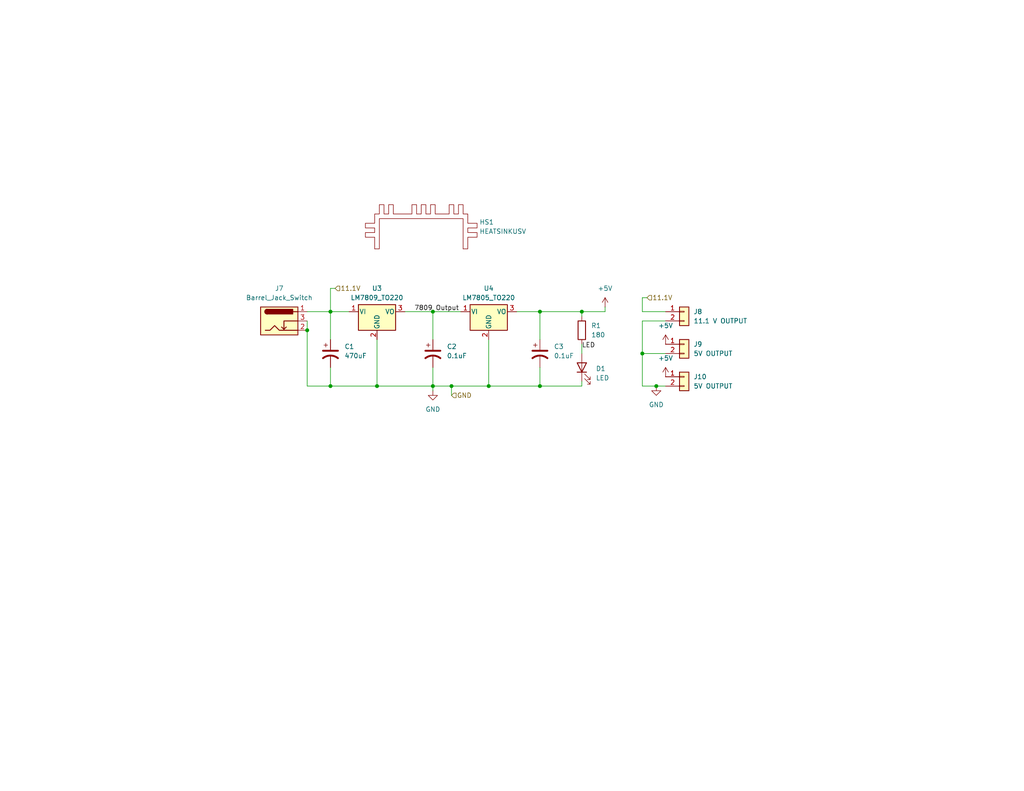
<source format=kicad_sch>
(kicad_sch (version 20250114) (generator "eeschema") (generator_version "9.0")
  (paper "USLetter")
  (title_block (title "Practical Activity #3 Activity #1") (date "2025-07-01") (rev "1.0") (company "Chrys Sean T. Sevilla"))
  (lib_symbols
    (symbol "Connector:Barrel_Jack_Switch" (pin_names (hide yes))
      (property "Reference" "J" (at 0 5.334 0))
      (property "Value" "Barrel_Jack_Switch" (at 0 -5.08 0))
      (symbol "Barrel_Jack_Switch_0_1"
        (rectangle (start -5.08 3.81) (end 5.08 -3.81) (stroke (width 0.254)) (fill (type background)))
        (polyline (pts (xy -3.81 -2.54) (xy -2.54 -2.54) (xy -1.27 -1.27) (xy 0 -2.54) (xy 2.54 -2.54) (xy 5.08 -2.54)) (stroke (width 0.254)))
        (arc (start -3.302 1.905) (mid -3.9343 2.54) (end -3.302 3.175) (stroke (width 0.254)))
        (arc (start -3.302 1.905) (mid -3.9343 2.54) (end -3.302 3.175) (stroke (width 0.254)) (fill (type outline)))
        (polyline (pts (xy 1.27 -2.286) (xy 1.905 -1.651)) (stroke (width 0.254)))
        (rectangle (start 3.683 3.175) (end -3.302 1.905) (stroke (width 0.254)) (fill (type outline)))
        (polyline (pts (xy 5.08 2.54) (xy 3.81 2.54)) (stroke (width 0.254)))
        (polyline (pts (xy 5.08 0) (xy 1.27 0) (xy 1.27 -2.286) (xy 0.635 -1.651)) (stroke (width 0.254)))
      )
      (symbol "Barrel_Jack_Switch_1_1"
        (pin passive line (at 7.62 2.54 180) (length 2.54) (name "~") (number "1"))
        (pin passive line (at 7.62 0 180) (length 2.54) (name "~") (number "3"))
        (pin passive line (at 7.62 -2.54 180) (length 2.54) (name "~") (number "2"))
      )
    )
    (symbol "Connector_Generic:Conn_01x02" (pin_names (offset 1.016) (hide yes))
      (property "Reference" "J" (at 0 2.54 0))
      (property "Value" "Conn_01x02" (at 0 -5.08 0))
      (symbol "Conn_01x02_1_1"
        (rectangle (start -1.27 1.27) (end 1.27 -3.81) (stroke (width 0.254)) (fill (type background)))
        (rectangle (start -1.27 0.127) (end 0 -0.127) (stroke (width 0.1524)))
        (rectangle (start -1.27 -2.413) (end 0 -2.667) (stroke (width 0.1524)))
        (pin passive line (at -5.08 0 0) (length 3.81) (name "Pin_1") (number "1"))
        (pin passive line (at -5.08 -2.54 0) (length 3.81) (name "Pin_2") (number "2"))
      )
    )
    (symbol "Device:C_Polarized_US" (pin_numbers (hide yes)) (pin_names (offset 0.254) (hide yes))
      (property "Reference" "C" (at 0.635 2.54 0))
      (property "Value" "C_Polarized_US" (at 0.635 -2.54 0))
      (symbol "C_Polarized_US_0_1"
        (polyline (pts (xy -2.032 0.762) (xy 2.032 0.762)) (stroke (width 0.508)))
        (polyline (pts (xy -1.778 2.286) (xy -0.762 2.286)))
        (polyline (pts (xy -1.27 1.778) (xy -1.27 2.794)))
        (arc (start -2.032 -1.27) (mid 0 -0.5572) (end 2.032 -1.27) (stroke (width 0.508)))
      )
      (symbol "C_Polarized_US_1_1"
        (pin passive line (at 0 3.81 270) (length 2.794) (name "~") (number "1"))
        (pin passive line (at 0 -3.81 90) (length 3.302) (name "~") (number "2"))
      )
    )
    (symbol "Device:LED" (pin_numbers (hide yes)) (pin_names (offset 1.016) (hide yes))
      (property "Reference" "D" (at 0 2.54 0))
      (property "Value" "LED" (at 0 -2.54 0))
      (symbol "LED_0_1"
        (polyline (pts (xy -3.048 -0.762) (xy -4.572 -2.286) (xy -3.81 -2.286) (xy -4.572 -2.286) (xy -4.572 -1.524)))
        (polyline (pts (xy -1.778 -0.762) (xy -3.302 -2.286) (xy -2.54 -2.286) (xy -3.302 -2.286) (xy -3.302 -1.524)))
        (polyline (pts (xy -1.27 0) (xy 1.27 0)))
        (polyline (pts (xy -1.27 -1.27) (xy -1.27 1.27)) (stroke (width 0.254)))
        (polyline (pts (xy 1.27 -1.27) (xy 1.27 1.27) (xy -1.27 0) (xy 1.27 -1.27)) (stroke (width 0.254)))
      )
      (symbol "LED_1_1"
        (pin passive line (at -3.81 0 0) (length 2.54) (name "K") (number "1"))
        (pin passive line (at 3.81 0 180) (length 2.54) (name "A") (number "2"))
      )
    )
    (symbol "Device:R" (pin_numbers (hide yes)) (pin_names (offset 0))
      (property "Reference" "R" (at 2.032 0 90))
      (property "Value" "R" (at 0 0 90))
      (symbol "R_0_1"
        (rectangle (start -1.016 -2.54) (end 1.016 2.54) (stroke (width 0.254)))
      )
      (symbol "R_1_1"
        (pin passive line (at 0 3.81 270) (length 1.27) (name "~") (number "1"))
        (pin passive line (at 0 -3.81 90) (length 1.27) (name "~") (number "2"))
      )
    )
    (symbol "MyLibrary:HEATSINKUSV"
      (property "Reference" "HS" (at 0 0 0))
      (property "Value" "HEATSINKUSV" (at 0.254 -2.032 0))
      (symbol "HEATSINKUSV_0_1"
        (polyline (pts (xy -13.335 -19.685) (xy -13.335 -19.05) (xy -13.335 -16.51) (xy -15.875 -16.51) (xy -15.875 -15.24) (xy -13.335 -15.24) (xy -13.335 -13.97) (xy -15.875 -13.97) (xy -15.875 -12.7) (xy -13.335 -12.7) (xy -13.335 -10.16) (xy -12.065 -10.16) (xy -12.065 -7.62) (xy -10.795 -7.62) (xy -10.795 -10.16) (xy -9.525 -10.16) (xy -9.525 -7.62) (xy -8.255 -7.62) (xy -8.255 -10.16) (xy -3.175 -10.16) (xy -3.175 -7.62) (xy -1.905 -7.62) (xy -1.905 -10.16) (xy -0.635 -10.16) (xy -0.635 -7.62) (xy 0.635 -7.62) (xy 0.635 -10.16) (xy 1.905 -10.16) (xy 1.905 -7.62) (xy 3.175 -7.62) (xy 3.175 -10.16) (xy 6.985 -10.16) (xy 6.985 -7.62) (xy 8.255 -7.62) (xy 8.255 -10.16) (xy 9.525 -10.16) (xy 9.525 -7.62) (xy 10.795 -7.62) (xy 10.795 -10.16) (xy 12.065 -10.16) (xy 12.065 -10.16) (xy 12.065 -12.7) (xy 14.605 -12.7) (xy 14.605 -13.97) (xy 12.065 -13.97) (xy 12.065 -15.24) (xy 14.605 -15.24) (xy 14.605 -16.51) (xy 12.065 -16.51) (xy 12.065 -19.685) (xy 10.795 -19.685)))
        (polyline (pts (xy 10.795 -19.685) (xy 10.795 -11.43) (xy -12.065 -11.43) (xy -12.065 -19.685) (xy -13.335 -19.685)))
      )
    )
    (symbol "Regulator_Linear:LM7805_TO220" (pin_names (offset 0.254))
      (property "Reference" "U" (at -3.81 3.175 0))
      (property "Value" "LM7805_TO220" (at 0 3.175 0))
      (symbol "LM7805_TO220_0_1"
        (rectangle (start -5.08 1.905) (end 5.08 -5.08) (stroke (width 0.254)) (fill (type background)))
      )
      (symbol "LM7805_TO220_1_1"
        (pin power_in line (at -7.62 0 0) (length 2.54) (name "VI") (number "1"))
        (pin power_in line (at 0 -7.62 90) (length 2.54) (name "GND") (number "2"))
        (pin power_out line (at 7.62 0 180) (length 2.54) (name "VO") (number "3"))
      )
    )
    (symbol "Regulator_Linear:LM7809_TO220" (pin_names (offset 0.254))
      (property "Reference" "U" (at -3.81 3.175 0))
      (property "Value" "LM7809_TO220" (at 0 3.175 0))
      (symbol "LM7809_TO220_0_1"
        (rectangle (start -5.08 1.905) (end 5.08 -5.08) (stroke (width 0.254)) (fill (type background)))
      )
      (symbol "LM7809_TO220_1_1"
        (pin power_in line (at -7.62 0 0) (length 2.54) (name "VI") (number "1"))
        (pin power_in line (at 0 -7.62 90) (length 2.54) (name "GND") (number "2"))
        (pin power_out line (at 7.62 0 180) (length 2.54) (name "VO") (number "3"))
      )
    )
    (symbol "power:+5V" (power) (pin_numbers (hide yes)) (pin_names (offset 0) (hide yes))
      (property "Value" "+5V" (at 0 3.556 0))
      (symbol "+5V_0_1"
        (polyline (pts (xy -0.762 1.27) (xy 0 2.54)))
        (polyline (pts (xy 0 2.54) (xy 0.762 1.27)))
        (polyline (pts (xy 0 0) (xy 0 2.54)))
      )
      (symbol "+5V_1_1"
        (pin power_in line (at 0 0 90) (length 0) (name "~") (number "1"))
      )
    )
    (symbol "power:GND" (power) (pin_numbers (hide yes)) (pin_names (offset 0) (hide yes))
      (property "Value" "GND" (at 0 -3.81 0))
      (symbol "GND_0_1"
        (polyline (pts (xy 0 0) (xy 0 -1.27) (xy 1.27 -1.27) (xy 0 -2.54) (xy -1.27 -1.27) (xy 0 -1.27)))
      )
      (symbol "GND_1_1"
        (pin power_in line (at 0 0 270) (length 0) (name "~") (number "1"))
      )
    )
  )
  (junction (at 123.19 105.41))
  (junction (at 179.07 105.41))
  (junction (at 147.32 85.09))
  (junction (at 83.82 90.17))
  (junction (at 133.35 105.41))
  (junction (at 118.11 105.41))
  (junction (at 118.11 85.09))
  (junction (at 158.75 85.09))
  (junction (at 90.17 105.41))
  (junction (at 175.26 96.52))
  (junction (at 147.32 105.41))
  (junction (at 90.17 85.09))
  (junction (at 102.87 105.41))
  (wire (pts (xy 118.11 85.09) (xy 125.73 85.09)))
  (wire (pts (xy 165.1 85.09) (xy 158.75 85.09)))
  (wire (pts (xy 118.11 100.33) (xy 118.11 105.41)))
  (wire (pts (xy 90.17 85.09) (xy 95.25 85.09)))
  (wire (pts (xy 175.26 96.52) (xy 175.26 105.41)))
  (wire (pts (xy 179.07 105.41) (xy 181.61 105.41)))
  (wire (pts (xy 175.26 81.28) (xy 175.26 85.09)))
  (wire (pts (xy 83.82 90.17) (xy 83.82 105.41)))
  (wire (pts (xy 175.26 85.09) (xy 181.61 85.09)))
  (wire (pts (xy 165.1 83.82) (xy 165.1 85.09)))
  (wire (pts (xy 175.26 105.41) (xy 179.07 105.41)))
  (wire (pts (xy 90.17 100.33) (xy 90.17 105.41)))
  (wire (pts (xy 158.75 104.14) (xy 158.75 105.41)))
  (wire (pts (xy 90.17 105.41) (xy 102.87 105.41)))
  (wire (pts (xy 110.49 85.09) (xy 118.11 85.09)))
  (wire (pts (xy 102.87 105.41) (xy 118.11 105.41)))
  (wire (pts (xy 181.61 87.63) (xy 175.26 87.63)))
  (wire (pts (xy 83.82 85.09) (xy 90.17 85.09)))
  (wire (pts (xy 175.26 87.63) (xy 175.26 96.52)))
  (wire (pts (xy 123.19 105.41) (xy 133.35 105.41)))
  (wire (pts (xy 118.11 85.09) (xy 118.11 92.71)))
  (wire (pts (xy 147.32 85.09) (xy 140.97 85.09)))
  (wire (pts (xy 176.53 81.28) (xy 175.26 81.28)))
  (wire (pts (xy 118.11 105.41) (xy 123.19 105.41)))
  (wire (pts (xy 83.82 87.63) (xy 83.82 90.17)))
  (wire (pts (xy 147.32 100.33) (xy 147.32 105.41)))
  (wire (pts (xy 123.19 105.41) (xy 123.19 107.95)))
  (wire (pts (xy 158.75 93.98) (xy 158.75 96.52)))
  (wire (pts (xy 118.11 105.41) (xy 118.11 106.68)))
  (wire (pts (xy 133.35 92.71) (xy 133.35 105.41)))
  (wire (pts (xy 91.44 78.74) (xy 90.17 78.74)))
  (wire (pts (xy 102.87 92.71) (xy 102.87 105.41)))
  (wire (pts (xy 147.32 92.71) (xy 147.32 85.09)))
  (wire (pts (xy 175.26 96.52) (xy 181.61 96.52)))
  (wire (pts (xy 90.17 92.71) (xy 90.17 85.09)))
  (wire (pts (xy 83.82 105.41) (xy 90.17 105.41)))
  (wire (pts (xy 147.32 105.41) (xy 158.75 105.41)))
  (wire (pts (xy 158.75 86.36) (xy 158.75 85.09)))
  (wire (pts (xy 147.32 105.41) (xy 133.35 105.41)))
  (wire (pts (xy 90.17 78.74) (xy 90.17 85.09)))
  (wire (pts (xy 147.32 85.09) (xy 158.75 85.09)))
  (label "LED" (at 158.75 95.25 0))
  (label "7809 Output" (at 113.03 85.09 0))
  (hierarchical_label "11.1V" (shape input) (at 91.44 78.74 0))
  (hierarchical_label "11.1V" (shape input) (at 176.53 81.28 0))
  (hierarchical_label "GND" (shape input) (at 123.19 107.95 0))
  (symbol (lib_id "Connector_Generic:Conn_01x02") (at 186.69 85.09 0) (unit 1)
    (property "Reference" "J8" (at 189.23 85.0899 0) (effects (justify left)))
    (property "Value" "11.1 V OUTPUT" (at 189.23 87.6299 0) (effects (justify left)))
    (property "Footprint" "Connector_PinSocket_2.54mm:PinSocket_1x02_P2.54mm_Vertical" (effects (hide yes)))
    (property "Description" "Generic connector, single row, 01x02, script generated (kicad-library-utils/schlib/autogen/connector/)" (effects (hide yes)))
  )
  (symbol (lib_id "power:+5V") (at 181.61 102.87 0) (unit 1)
    (property "Reference" "#PWR025" (effects (hide yes)))
    (property "Value" "+5V" (at 181.61 97.79 0))
    (property "Description" "Power symbol creates a global label with name \"+5V\"" (effects (hide yes)))
  )
  (symbol (lib_id "power:GND") (at 118.11 106.68 0) (unit 1)
    (property "Reference" "#PWR020" (effects (hide yes)))
    (property "Value" "GND" (at 118.11 111.76 0))
    (property "Description" "Power symbol creates a global label with name \"GND\" , ground" (effects (hide yes)))
  )
  (symbol (lib_id "Connector:Barrel_Jack_Switch") (at 76.2 87.63 0) (unit 1)
    (property "Reference" "J7" (at 76.2 78.74 0))
    (property "Value" "Barrel_Jack_Switch" (at 76.2 81.28 0))
    (property "Footprint" "Connector_BarrelJack:BarrelJack_Horizontal" (effects (hide yes)))
    (property "Description" "DC Barrel Jack with an internal switch" (effects (hide yes)))
  )
  (symbol (lib_id "Regulator_Linear:LM7805_TO220") (at 133.35 85.09 0) (unit 1)
    (property "Reference" "U4" (at 133.35 78.74 0))
    (property "Value" "LM7805_TO220" (at 133.35 81.28 0))
    (property "Footprint" "Package_TO_SOT_THT:TO-220-3_Vertical" (effects (hide yes)))
    (property "Datasheet" "https://www.onsemi.cn/PowerSolutions/document/MC7800-D.PDF" (effects (hide yes)))
    (property "Description" "Positive 1A 35V Linear Regulator, Fixed Output 5V, TO-220" (effects (hide yes)))
  )
  (symbol (lib_id "power:GND") (at 179.07 105.41 0) (unit 1)
    (property "Reference" "#PWR022" (effects (hide yes)))
    (property "Value" "GND" (at 179.07 110.49 0))
    (property "Description" "Power symbol creates a global label with name \"GND\" , ground" (effects (hide yes)))
  )
  (symbol (lib_id "Device:LED") (at 158.75 100.33 90) (unit 1)
    (property "Reference" "D1" (at 162.56 100.6474 90) (effects (justify right)))
    (property "Value" "LED" (at 162.56 103.1874 90) (effects (justify right)))
    (property "Footprint" "LED_THT:LED_D3.0mm" (effects (hide yes)))
    (property "Description" "Light emitting diode" (effects (hide yes)))
    (property "Sim.Pins" "1=K 2=A" (effects (hide yes)))
  )
  (symbol (lib_id "power:+5V") (at 181.61 93.98 0) (unit 1)
    (property "Reference" "#PWR024" (effects (hide yes)))
    (property "Value" "+5V" (at 181.61 88.9 0))
    (property "Description" "Power symbol creates a global label with name \"+5V\"" (effects (hide yes)))
  )
  (symbol (lib_id "Device:R") (at 158.75 90.17 0) (unit 1)
    (property "Reference" "R1" (at 161.29 88.8999 0) (effects (justify left)))
    (property "Value" "180" (at 161.29 91.4399 0) (effects (justify left)))
    (property "Footprint" "Resistor_THT:R_Axial_DIN0204_L3.6mm_D1.6mm_P5.08mm_Horizontal" (effects (hide yes)))
    (property "Description" "Resistor" (effects (hide yes)))
  )
  (symbol (lib_id "Device:C_Polarized_US") (at 147.32 96.52 0) (unit 1)
    (property "Reference" "C3" (at 151.13 94.6149 0) (effects (justify left)))
    (property "Value" "0.1uF" (at 151.13 97.1549 0) (effects (justify left)))
    (property "Footprint" "Capacitor_THT:CP_Axial_L10.0mm_D4.5mm_P15.00mm_Horizontal" (effects (hide yes)))
    (property "Description" "Polarized capacitor, US symbol" (effects (hide yes)))
  )
  (symbol (lib_id "Device:C_Polarized_US") (at 90.17 96.52 0) (unit 1)
    (property "Reference" "C1" (at 93.98 94.6149 0) (effects (justify left)))
    (property "Value" "470uF" (at 93.98 97.1549 0) (effects (justify left)))
    (property "Footprint" "Capacitor_THT:CP_Axial_L10.0mm_D4.5mm_P15.00mm_Horizontal" (effects (hide yes)))
    (property "Description" "Polarized capacitor, US symbol" (effects (hide yes)))
  )
  (symbol (lib_id "Connector_Generic:Conn_01x02") (at 186.69 93.98 0) (unit 1)
    (property "Reference" "J9" (at 189.23 93.9799 0) (effects (justify left)))
    (property "Value" "5V OUTPUT" (at 189.23 96.5199 0) (effects (justify left)))
    (property "Footprint" "Connector_PinSocket_2.54mm:PinSocket_1x02_P2.54mm_Vertical" (effects (hide yes)))
    (property "Description" "Generic connector, single row, 01x02, script generated (kicad-library-utils/schlib/autogen/connector/)" (effects (hide yes)))
  )
  (symbol (lib_id "MyLibrary:HEATSINKUSV") (at 115.57 48.26 0) (unit 1)
    (property "Reference" "HS1" (at 130.81 60.6424 0) (effects (justify left)))
    (property "Value" "HEATSINKUSV" (at 130.81 63.1824 0) (effects (justify left)))
    (property "Footprint" "MyLibrary:HEATSINKUSV" (effects (hide yes)))
  )
  (symbol (lib_id "power:+5V") (at 165.1 83.82 0) (unit 1)
    (property "Reference" "#PWR021" (effects (hide yes)))
    (property "Value" "+5V" (at 165.1 78.74 0))
    (property "Description" "Power symbol creates a global label with name \"+5V\"" (effects (hide yes)))
  )
  (symbol (lib_id "Device:C_Polarized_US") (at 118.11 96.52 0) (unit 1)
    (property "Reference" "C2" (at 121.92 94.6149 0) (effects (justify left)))
    (property "Value" "0.1uF" (at 121.92 97.1549 0) (effects (justify left)))
    (property "Footprint" "Capacitor_THT:CP_Axial_L10.0mm_D4.5mm_P15.00mm_Horizontal" (effects (hide yes)))
    (property "Description" "Polarized capacitor, US symbol" (effects (hide yes)))
  )
  (symbol (lib_id "Regulator_Linear:LM7809_TO220") (at 102.87 85.09 0) (unit 1)
    (property "Reference" "U3" (at 102.87 78.74 0))
    (property "Value" "LM7809_TO220" (at 102.87 81.28 0))
    (property "Footprint" "Package_TO_SOT_THT:TO-220-3_Vertical" (effects (hide yes)))
    (property "Datasheet" "https://www.onsemi.cn/PowerSolutions/document/MC7800-D.PDF" (effects (hide yes)))
    (property "Description" "Positive 1A 35V Linear Regulator, Fixed Output 9V, TO-220" (effects (hide yes)))
  )
  (symbol (lib_id "Connector_Generic:Conn_01x02") (at 186.69 102.87 0) (unit 1)
    (property "Reference" "J10" (at 189.23 102.8699 0) (effects (justify left)))
    (property "Value" "5V OUTPUT" (at 189.23 105.4099 0) (effects (justify left)))
    (property "Footprint" "Connector_PinSocket_2.54mm:PinSocket_1x02_P2.54mm_Vertical" (effects (hide yes)))
    (property "Description" "Generic connector, single row, 01x02, script generated (kicad-library-utils/schlib/autogen/connector/)" (effects (hide yes)))
  )
)
</source>
